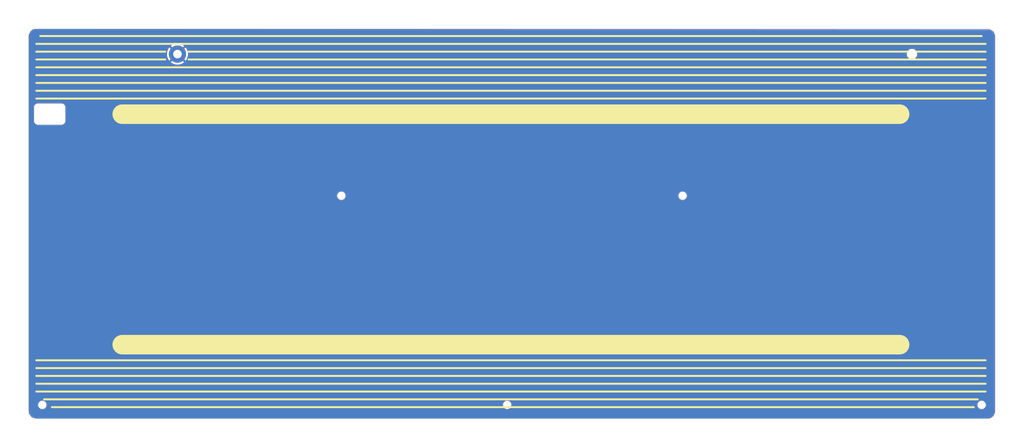
<source format=kicad_pcb>
(kicad_pcb (version 20221018) (generator pcbnew)
  (title_block (title "REVIUNG53 Slim Bottom Plate") (date "2021-12-01") (rev "1"))
  (layers (0 "F.Cu" signal) (31 "B.Cu" signal) (34 "B.Paste" user) (35 "F.Paste" user) (36 "B.SilkS" user "B.Silkscreen") (37 "F.SilkS" user "F.Silkscreen") (38 "B.Mask" user) (39 "F.Mask" user) (44 "Edge.Cuts" user))
  (net 0 "")
  (net 1 "GND")
  (footprint "MountingHole:MountingHole_2.2mm_M2_Pad" (layer "F.Cu") (at 68.14 36.62)
    (fp_text reference "H1" hide)
    (fp_text value "MountingHole_Pad")
    (pad "1" thru_hole circle (at 0 0) (size 4.4 4.4) (drill 2.2) (layers "*.Cu" "*.Mask") (net 1 "GND"))
  )
  (footprint "_reviung-kbd:HOLE_2.2mm" (layer "F.Cu") (at 256.16 36.6)
    (fp_text reference "Ref**" hide)
    (fp_text value "Val**" hide)
    (pad "" np_thru_hole circle (at 0 0) (size 2.2 2.2) (drill 2.2) (layers "*.Cu" "*.Mask"))
  )
  (gr_line (start 36 127) (end 272 127) (stroke (width 0.5)) (layer "F.SilkS"))
  (gr_line (start 33 32) (end 274 32) (stroke (width 0.5)) (layer "F.SilkS"))
  (gr_line (start 65 38) (end 32 38) (stroke (width 0.5)) (layer "F.SilkS"))
  (gr_line (start 32 115) (end 275 115) (stroke (width 0.5)) (layer "F.SilkS"))
  (gr_line (start 32 123) (end 275 123) (stroke (width 0.5)) (layer "F.SilkS"))
  (gr_line (start 34 125) (end 273 125) (stroke (width 0.5)) (layer "F.SilkS"))
  (gr_line (start 32 117) (end 275 117) (stroke (width 0.5)) (layer "F.SilkS"))
  (gr_line (start 65 36) (end 32 36) (stroke (width 0.5)) (layer "F.SilkS"))
  (gr_line (start 253 52) (end 54 52) (stroke (width 5)) (layer "F.SilkS"))
  (gr_line (start 54 111) (end 253 111) (stroke (width 5)) (layer "F.SilkS"))
  (gr_line (start 32 42) (end 275 42) (stroke (width 0.5)) (layer "F.SilkS"))
  (gr_line (start 32 48) (end 275 48) (stroke (width 0.5)) (layer "F.SilkS"))
  (gr_line (start 71 36) (end 275 36) (stroke (width 0.5)) (layer "F.SilkS"))
  (gr_line (start 32 119) (end 275 119) (stroke (width 0.5)) (layer "F.SilkS"))
  (gr_line (start 71 38) (end 275 38) (stroke (width 0.5)) (layer "F.SilkS"))
  (gr_line (start 32 121) (end 275 121) (stroke (width 0.5)) (layer "F.SilkS"))
  (gr_line (start 32 46) (end 275 46) (stroke (width 0.5)) (layer "F.SilkS"))
  (gr_line (start 32 44) (end 275 44) (stroke (width 0.5)) (layer "F.SilkS"))
  (gr_line (start 32 40) (end 275 40) (stroke (width 0.5)) (layer "F.SilkS"))
  (gr_line (start 32 34) (end 275 34) (stroke (width 0.5)) (layer "F.SilkS"))
  (gr_curve (pts (xy 273.990001 127.470001) (xy 273.410105 127.470001) (xy 272.94 126.999896) (xy 272.94 126.42)) (stroke (width 0.088)) (layer "Edge.Cuts"))
  (gr_curve (pts (xy 196.393768 72.871998) (xy 196.393768 72.292103) (xy 196.863873 71.821998) (xy 197.443769 71.821998)) (stroke (width 0.088)) (layer "Edge.Cuts"))
  (gr_curve (pts (xy 33.550004 127.470001) (xy 32.970087 127.470001) (xy 32.500004 126.999896) (xy 32.500004 126.42)) (stroke (width 0.088)) (layer "Edge.Cuts"))
  (gr_curve (pts (xy 109.043674 72.871998) (xy 109.043674 72.292103) (xy 109.513779 71.821998) (xy 110.093674 71.821998)) (stroke (width 0.088)) (layer "Edge.Cuts"))
  (gr_curve (pts (xy 31.942975 30.0129) (xy 30.838413 30.0129) (xy 29.942989 30.908324) (xy 29.942989 32.012886)) (stroke (width 0.088)) (layer "Edge.Cuts"))
  (gr_curve (pts (xy 273.990001 125.37) (xy 274.569897 125.37) (xy 275.040001 125.840105) (xy 275.040001 126.42)) (stroke (width 0.088)) (layer "Edge.Cuts"))
  (gr_curve (pts (xy 275.593004 130.0254) (xy 276.697566 130.0254) (xy 277.592989 129.129977) (xy 277.592989 128.025393)) (stroke (width 0.088)) (layer "Edge.Cuts"))
  (gr_curve (pts (xy 197.443769 73.921999) (xy 196.863873 73.921999) (xy 196.393768 73.451894) (xy 196.393768 72.871998)) (stroke (width 0.088)) (layer "Edge.Cuts"))
  (gr_curve (pts (xy 38.431963 54.679138) (xy 38.431963 54.679138) (xy 32.431963 54.679138) (xy 32.431963 54.679138)) (stroke (width 0.088)) (layer "Edge.Cuts"))
  (gr_curve (pts (xy 277.592989 128.025393) (xy 277.592989 128.025393) (xy 277.592989 32.012886) (xy 277.592989 32.012886)) (stroke (width 0.088)) (layer "Edge.Cuts"))
  (gr_curve (pts (xy 198.493769 72.871998) (xy 198.493769 73.451894) (xy 198.023686 73.921999) (xy 197.443769 73.921999)) (stroke (width 0.088)) (layer "Edge.Cuts"))
  (gr_curve (pts (xy 39.431967 53.679135) (xy 39.431967 54.231427) (xy 38.984255 54.679138) (xy 38.431963 54.679138)) (stroke (width 0.088)) (layer "Edge.Cuts"))
  (gr_curve (pts (xy 29.942989 32.012886) (xy 29.942989 32.012886) (xy 29.942989 128.025393) (xy 29.942989 128.025393)) (stroke (width 0.088)) (layer "Edge.Cuts"))
  (gr_curve (pts (xy 31.431981 50.279148) (xy 31.43196 49.726857) (xy 31.879693 49.279145) (xy 32.431963 49.279145)) (stroke (width 0.088)) (layer "Edge.Cuts"))
  (gr_curve (pts (xy 111.143675 72.871998) (xy 111.143675 73.451894) (xy 110.67357 73.921999) (xy 110.093674 73.921999)) (stroke (width 0.088)) (layer "Edge.Cuts"))
  (gr_curve (pts (xy 277.592989 32.012886) (xy 277.592989 30.908324) (xy 276.697566 30.0129) (xy 275.593004 30.0129)) (stroke (width 0.088)) (layer "Edge.Cuts"))
  (gr_curve (pts (xy 39.431967 50.279127) (xy 39.431967 50.279127) (xy 39.431967 53.679135) (xy 39.431967 53.679135)) (stroke (width 0.088)) (layer "Edge.Cuts"))
  (gr_curve (pts (xy 31.942975 130.0254) (xy 31.942975 130.0254) (xy 275.593004 130.0254) (xy 275.593004 130.0254)) (stroke (width 0.088)) (layer "Edge.Cuts"))
  (gr_curve (pts (xy 152.540825 127.470001) (xy 151.960929 127.470001) (xy 151.490824 126.999896) (xy 151.490824 126.42)) (stroke (width 0.088)) (layer "Edge.Cuts"))
  (gr_curve (pts (xy 151.490824 126.42) (xy 151.490824 125.840105) (xy 151.960929 125.37) (xy 152.540825 125.37)) (stroke (width 0.088)) (layer "Edge.Cuts"))
  (gr_curve (pts (xy 110.093674 71.821998) (xy 110.67357 71.821998) (xy 111.143675 72.292103) (xy 111.143675 72.871998)) (stroke (width 0.088)) (layer "Edge.Cuts"))
  (gr_curve (pts (xy 32.500004 126.42) (xy 32.500004 125.840105) (xy 32.970087 125.37) (xy 33.550004 125.37)) (stroke (width 0.088)) (layer "Edge.Cuts"))
  (gr_curve (pts (xy 275.593004 30.0129) (xy 275.593004 30.0129) (xy 31.942975 30.0129) (xy 31.942975 30.0129)) (stroke (width 0.088)) (layer "Edge.Cuts"))
  (gr_curve (pts (xy 152.540825 125.37) (xy 153.120721 125.37) (xy 153.590825 125.840105) (xy 153.590825 126.42)) (stroke (width 0.088)) (layer "Edge.Cuts"))
  (gr_curve (pts (xy 38.431963 49.279145) (xy 38.984255 49.279145) (xy 39.431967 49.726857) (xy 39.431967 50.279127)) (stroke (width 0.088)) (layer "Edge.Cuts"))
  (gr_curve (pts (xy 32.431963 54.679138) (xy 31.879693 54.679138) (xy 31.431981 54.231427) (xy 31.431981 53.679135)) (stroke (width 0.088)) (layer "Edge.Cuts"))
  (gr_curve (pts (xy 272.94 126.42) (xy 272.94 125.840105) (xy 273.410105 125.37) (xy 273.990001 125.37)) (stroke (width 0.088)) (layer "Edge.Cuts"))
  (gr_curve (pts (xy 275.040001 126.42) (xy 275.040001 126.999896) (xy 274.569897 127.470001) (xy 273.990001 127.470001)) (stroke (width 0.088)) (layer "Edge.Cuts"))
  (gr_curve (pts (xy 29.942989 128.025393) (xy 29.942989 129.129977) (xy 30.838413 130.0254) (xy 31.942975 130.0254)) (stroke (width 0.088)) (layer "Edge.Cuts"))
  (gr_curve (pts (xy 34.600005 126.42) (xy 34.600005 126.999896) (xy 34.1299 127.470001) (xy 33.550004 127.470001)) (stroke (width 0.088)) (layer "Edge.Cuts"))
  (gr_curve (pts (xy 33.550004 125.37) (xy 34.1299 125.37) (xy 34.600005 125.840105) (xy 34.600005 126.42)) (stroke (width 0.088)) (layer "Edge.Cuts"))
  (gr_curve (pts (xy 153.590825 126.42) (xy 153.590825 126.999896) (xy 153.120721 127.470001) (xy 152.540825 127.470001)) (stroke (width 0.088)) (layer "Edge.Cuts"))
  (gr_curve (pts (xy 110.093674 73.921999) (xy 109.513779 73.921999) (xy 109.043674 73.451894) (xy 109.043674 72.871998)) (stroke (width 0.088)) (layer "Edge.Cuts"))
  (gr_curve (pts (xy 32.431963 49.279145) (xy 32.431963 49.279145) (xy 38.431963 49.279145) (xy 38.431963 49.279145)) (stroke (width 0.088)) (layer "Edge.Cuts"))
  (gr_curve (pts (xy 31.431981 53.679135) (xy 31.431981 53.679135) (xy 31.431981 50.279148) (xy 31.431981 50.279148)) (stroke (width 0.088)) (layer "Edge.Cuts"))
  (gr_curve (pts (xy 197.443769 71.821998) (xy 198.023686 71.821998) (xy 198.493769 72.292103) (xy 198.493769 72.871998)) (stroke (width 0.088)) (layer "Edge.Cuts"))
  (zone (net 1) (net_name "GND") (layer "F.Cu") (connect_pads (clearance 0.35)) (min_thickness 0.254) (fill yes (thermal_gap 0.508) (thermal_bridge_width 0.508))
    (polygon (pts (xy 276.1 30.3) (xy 277 30.9) (xy 277.4 31.8) (xy 277.4 128.3) (xy 277 129.2) (xy 276.4 129.7) (xy 275.8 129.9) (xy 32 129.9) (xy 30.9 129.6) (xy 30.2 128.7) (xy 30.1 128) (xy 30.1 31.7) (xy 30.5 30.9) (xy 31 30.4) (xy 31.7 30.2)))
  )
  (zone (net 1) (net_name "GND") (layer "B.Cu") (connect_pads (clearance 0.35)) (min_thickness 0.254) (fill yes (thermal_gap 0.508) (thermal_bridge_width 0.508))
    (polygon (pts (xy 276.1 30.3) (xy 277 30.9) (xy 277.4 31.8) (xy 277.4 128.3) (xy 277 129.2) (xy 276.4 129.7) (xy 275.8 129.9) (xy 32 129.9) (xy 30.9 129.6) (xy 30.2 128.7) (xy 30.1 128) (xy 30.1 31.7) (xy 30.5 30.9) (xy 31 30.4) (xy 31.7 30.2)))
  )
)
</source>
